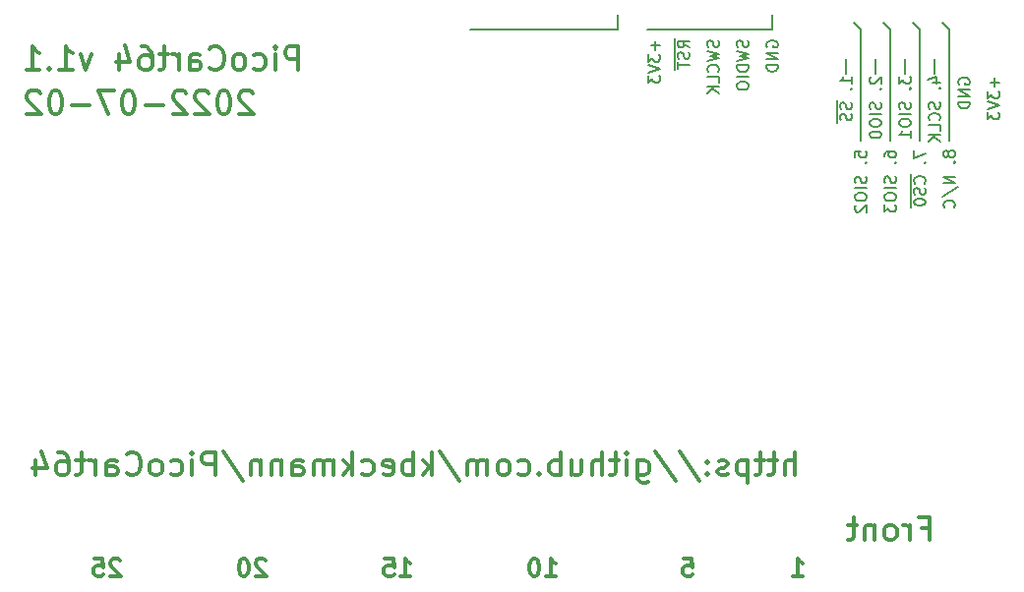
<source format=gbo>
G04 #@! TF.GenerationSoftware,KiCad,Pcbnew,(6.0.6)*
G04 #@! TF.CreationDate,2022-07-02T23:03:49+02:00*
G04 #@! TF.ProjectId,picocart64_v1,7069636f-6361-4727-9436-345f76312e6b,rev?*
G04 #@! TF.SameCoordinates,Original*
G04 #@! TF.FileFunction,Legend,Bot*
G04 #@! TF.FilePolarity,Positive*
%FSLAX46Y46*%
G04 Gerber Fmt 4.6, Leading zero omitted, Abs format (unit mm)*
G04 Created by KiCad (PCBNEW (6.0.6)) date 2022-07-02 23:03:49*
%MOMM*%
%LPD*%
G01*
G04 APERTURE LIST*
%ADD10C,0.150000*%
%ADD11C,0.300000*%
G04 APERTURE END LIST*
D10*
X191770000Y-67945000D02*
X191770000Y-66675000D01*
X190500000Y-64135000D02*
X189865000Y-63500000D01*
X189230000Y-67945000D02*
X189230000Y-66675000D01*
X190500000Y-73660000D02*
X190500000Y-64135000D01*
X187960000Y-64135000D02*
X187325000Y-63500000D01*
X185420000Y-64135000D02*
X184785000Y-63500000D01*
X193040000Y-73660000D02*
X193040000Y-64135000D01*
X185420000Y-73660000D02*
X185420000Y-64135000D01*
X186690000Y-67945000D02*
X186690000Y-66675000D01*
X193040000Y-64135000D02*
X192405000Y-63500000D01*
X177800000Y-64135000D02*
X177800000Y-62865000D01*
X151765000Y-64135000D02*
X163195000Y-64135000D01*
X164465000Y-64135000D02*
X164465000Y-62865000D01*
X184150000Y-67945000D02*
X184150000Y-66675000D01*
X187960000Y-73660000D02*
X187960000Y-64135000D01*
X163195000Y-64135000D02*
X164465000Y-64135000D01*
X167005000Y-64135000D02*
X177800000Y-64135000D01*
D11*
X170142857Y-109678571D02*
X170857142Y-109678571D01*
X170928571Y-110392857D01*
X170857142Y-110321428D01*
X170714285Y-110250000D01*
X170357142Y-110250000D01*
X170214285Y-110321428D01*
X170142857Y-110392857D01*
X170071428Y-110535714D01*
X170071428Y-110892857D01*
X170142857Y-111035714D01*
X170214285Y-111107142D01*
X170357142Y-111178571D01*
X170714285Y-111178571D01*
X170857142Y-111107142D01*
X170928571Y-111035714D01*
X158285714Y-111178571D02*
X159142857Y-111178571D01*
X158714285Y-111178571D02*
X158714285Y-109678571D01*
X158857142Y-109892857D01*
X159000000Y-110035714D01*
X159142857Y-110107142D01*
X157357142Y-109678571D02*
X157214285Y-109678571D01*
X157071428Y-109750000D01*
X157000000Y-109821428D01*
X156928571Y-109964285D01*
X156857142Y-110250000D01*
X156857142Y-110607142D01*
X156928571Y-110892857D01*
X157000000Y-111035714D01*
X157071428Y-111107142D01*
X157214285Y-111178571D01*
X157357142Y-111178571D01*
X157500000Y-111107142D01*
X157571428Y-111035714D01*
X157642857Y-110892857D01*
X157714285Y-110607142D01*
X157714285Y-110250000D01*
X157642857Y-109964285D01*
X157571428Y-109821428D01*
X157500000Y-109750000D01*
X157357142Y-109678571D01*
X145785714Y-111178571D02*
X146642857Y-111178571D01*
X146214285Y-111178571D02*
X146214285Y-109678571D01*
X146357142Y-109892857D01*
X146500000Y-110035714D01*
X146642857Y-110107142D01*
X144428571Y-109678571D02*
X145142857Y-109678571D01*
X145214285Y-110392857D01*
X145142857Y-110321428D01*
X145000000Y-110250000D01*
X144642857Y-110250000D01*
X144500000Y-110321428D01*
X144428571Y-110392857D01*
X144357142Y-110535714D01*
X144357142Y-110892857D01*
X144428571Y-111035714D01*
X144500000Y-111107142D01*
X144642857Y-111178571D01*
X145000000Y-111178571D01*
X145142857Y-111107142D01*
X145214285Y-111035714D01*
X134142857Y-109821428D02*
X134071428Y-109750000D01*
X133928571Y-109678571D01*
X133571428Y-109678571D01*
X133428571Y-109750000D01*
X133357142Y-109821428D01*
X133285714Y-109964285D01*
X133285714Y-110107142D01*
X133357142Y-110321428D01*
X134214285Y-111178571D01*
X133285714Y-111178571D01*
X132357142Y-109678571D02*
X132214285Y-109678571D01*
X132071428Y-109750000D01*
X132000000Y-109821428D01*
X131928571Y-109964285D01*
X131857142Y-110250000D01*
X131857142Y-110607142D01*
X131928571Y-110892857D01*
X132000000Y-111035714D01*
X132071428Y-111107142D01*
X132214285Y-111178571D01*
X132357142Y-111178571D01*
X132500000Y-111107142D01*
X132571428Y-111035714D01*
X132642857Y-110892857D01*
X132714285Y-110607142D01*
X132714285Y-110250000D01*
X132642857Y-109964285D01*
X132571428Y-109821428D01*
X132500000Y-109750000D01*
X132357142Y-109678571D01*
X121642857Y-109821428D02*
X121571428Y-109750000D01*
X121428571Y-109678571D01*
X121071428Y-109678571D01*
X120928571Y-109750000D01*
X120857142Y-109821428D01*
X120785714Y-109964285D01*
X120785714Y-110107142D01*
X120857142Y-110321428D01*
X121714285Y-111178571D01*
X120785714Y-111178571D01*
X119428571Y-109678571D02*
X120142857Y-109678571D01*
X120214285Y-110392857D01*
X120142857Y-110321428D01*
X120000000Y-110250000D01*
X119642857Y-110250000D01*
X119500000Y-110321428D01*
X119428571Y-110392857D01*
X119357142Y-110535714D01*
X119357142Y-110892857D01*
X119428571Y-111035714D01*
X119500000Y-111107142D01*
X119642857Y-111178571D01*
X120000000Y-111178571D01*
X120142857Y-111107142D01*
X120214285Y-111035714D01*
D10*
X196921428Y-68280595D02*
X196921428Y-69042500D01*
X197302380Y-68661547D02*
X196540476Y-68661547D01*
X196302380Y-69423452D02*
X196302380Y-70042500D01*
X196683333Y-69709166D01*
X196683333Y-69852023D01*
X196730952Y-69947261D01*
X196778571Y-69994880D01*
X196873809Y-70042500D01*
X197111904Y-70042500D01*
X197207142Y-69994880D01*
X197254761Y-69947261D01*
X197302380Y-69852023D01*
X197302380Y-69566309D01*
X197254761Y-69471071D01*
X197207142Y-69423452D01*
X196302380Y-70328214D02*
X197302380Y-70661547D01*
X196302380Y-70994880D01*
X196302380Y-71232976D02*
X196302380Y-71852023D01*
X196683333Y-71518690D01*
X196683333Y-71661547D01*
X196730952Y-71756785D01*
X196778571Y-71804404D01*
X196873809Y-71852023D01*
X197111904Y-71852023D01*
X197207142Y-71804404D01*
X197254761Y-71756785D01*
X197302380Y-71661547D01*
X197302380Y-71375833D01*
X197254761Y-71280595D01*
X197207142Y-71232976D01*
X186237619Y-68211924D02*
X186190000Y-68259543D01*
X186142380Y-68354781D01*
X186142380Y-68592876D01*
X186190000Y-68688114D01*
X186237619Y-68735733D01*
X186332857Y-68783352D01*
X186428095Y-68783352D01*
X186570952Y-68735733D01*
X187142380Y-68164305D01*
X187142380Y-68783352D01*
X187047142Y-69211924D02*
X187094761Y-69259543D01*
X187142380Y-69211924D01*
X187094761Y-69164305D01*
X187047142Y-69211924D01*
X187142380Y-69211924D01*
X187094761Y-70402400D02*
X187142380Y-70545257D01*
X187142380Y-70783352D01*
X187094761Y-70878590D01*
X187047142Y-70926209D01*
X186951904Y-70973828D01*
X186856666Y-70973828D01*
X186761428Y-70926209D01*
X186713809Y-70878590D01*
X186666190Y-70783352D01*
X186618571Y-70592876D01*
X186570952Y-70497638D01*
X186523333Y-70450019D01*
X186428095Y-70402400D01*
X186332857Y-70402400D01*
X186237619Y-70450019D01*
X186190000Y-70497638D01*
X186142380Y-70592876D01*
X186142380Y-70830971D01*
X186190000Y-70973828D01*
X187142380Y-71402400D02*
X186142380Y-71402400D01*
X186142380Y-72069067D02*
X186142380Y-72259543D01*
X186190000Y-72354781D01*
X186285238Y-72450019D01*
X186475714Y-72497638D01*
X186809047Y-72497638D01*
X186999523Y-72450019D01*
X187094761Y-72354781D01*
X187142380Y-72259543D01*
X187142380Y-72069067D01*
X187094761Y-71973828D01*
X186999523Y-71878590D01*
X186809047Y-71830971D01*
X186475714Y-71830971D01*
X186285238Y-71878590D01*
X186190000Y-71973828D01*
X186142380Y-72069067D01*
X186142380Y-73116686D02*
X186142380Y-73211924D01*
X186190000Y-73307162D01*
X186237619Y-73354781D01*
X186332857Y-73402400D01*
X186523333Y-73450019D01*
X186761428Y-73450019D01*
X186951904Y-73402400D01*
X187047142Y-73354781D01*
X187094761Y-73307162D01*
X187142380Y-73211924D01*
X187142380Y-73116686D01*
X187094761Y-73021448D01*
X187047142Y-72973828D01*
X186951904Y-72926209D01*
X186761428Y-72878590D01*
X186523333Y-72878590D01*
X186332857Y-72926209D01*
X186237619Y-72973828D01*
X186190000Y-73021448D01*
X186142380Y-73116686D01*
X173124761Y-65057976D02*
X173172380Y-65200833D01*
X173172380Y-65438928D01*
X173124761Y-65534166D01*
X173077142Y-65581785D01*
X172981904Y-65629404D01*
X172886666Y-65629404D01*
X172791428Y-65581785D01*
X172743809Y-65534166D01*
X172696190Y-65438928D01*
X172648571Y-65248452D01*
X172600952Y-65153214D01*
X172553333Y-65105595D01*
X172458095Y-65057976D01*
X172362857Y-65057976D01*
X172267619Y-65105595D01*
X172220000Y-65153214D01*
X172172380Y-65248452D01*
X172172380Y-65486547D01*
X172220000Y-65629404D01*
X172172380Y-65962738D02*
X173172380Y-66200833D01*
X172458095Y-66391309D01*
X173172380Y-66581785D01*
X172172380Y-66819880D01*
X173077142Y-67772261D02*
X173124761Y-67724642D01*
X173172380Y-67581785D01*
X173172380Y-67486547D01*
X173124761Y-67343690D01*
X173029523Y-67248452D01*
X172934285Y-67200833D01*
X172743809Y-67153214D01*
X172600952Y-67153214D01*
X172410476Y-67200833D01*
X172315238Y-67248452D01*
X172220000Y-67343690D01*
X172172380Y-67486547D01*
X172172380Y-67581785D01*
X172220000Y-67724642D01*
X172267619Y-67772261D01*
X173172380Y-68677023D02*
X173172380Y-68200833D01*
X172172380Y-68200833D01*
X173172380Y-69010357D02*
X172172380Y-69010357D01*
X173172380Y-69581785D02*
X172600952Y-69153214D01*
X172172380Y-69581785D02*
X172743809Y-69010357D01*
X191555714Y-68647717D02*
X192222380Y-68647717D01*
X191174761Y-68409622D02*
X191889047Y-68171527D01*
X191889047Y-68790574D01*
X192127142Y-69171527D02*
X192174761Y-69219146D01*
X192222380Y-69171527D01*
X192174761Y-69123908D01*
X192127142Y-69171527D01*
X192222380Y-69171527D01*
X192174761Y-70362003D02*
X192222380Y-70504860D01*
X192222380Y-70742955D01*
X192174761Y-70838193D01*
X192127142Y-70885812D01*
X192031904Y-70933431D01*
X191936666Y-70933431D01*
X191841428Y-70885812D01*
X191793809Y-70838193D01*
X191746190Y-70742955D01*
X191698571Y-70552479D01*
X191650952Y-70457241D01*
X191603333Y-70409622D01*
X191508095Y-70362003D01*
X191412857Y-70362003D01*
X191317619Y-70409622D01*
X191270000Y-70457241D01*
X191222380Y-70552479D01*
X191222380Y-70790574D01*
X191270000Y-70933431D01*
X192127142Y-71933431D02*
X192174761Y-71885812D01*
X192222380Y-71742955D01*
X192222380Y-71647717D01*
X192174761Y-71504860D01*
X192079523Y-71409622D01*
X191984285Y-71362003D01*
X191793809Y-71314384D01*
X191650952Y-71314384D01*
X191460476Y-71362003D01*
X191365238Y-71409622D01*
X191270000Y-71504860D01*
X191222380Y-71647717D01*
X191222380Y-71742955D01*
X191270000Y-71885812D01*
X191317619Y-71933431D01*
X192222380Y-72838193D02*
X192222380Y-72362003D01*
X191222380Y-72362003D01*
X192222380Y-73171527D02*
X191222380Y-73171527D01*
X192222380Y-73742955D02*
X191650952Y-73314384D01*
X191222380Y-73742955D02*
X191793809Y-73171527D01*
X177300000Y-65629404D02*
X177252380Y-65534166D01*
X177252380Y-65391309D01*
X177300000Y-65248452D01*
X177395238Y-65153214D01*
X177490476Y-65105595D01*
X177680952Y-65057976D01*
X177823809Y-65057976D01*
X178014285Y-65105595D01*
X178109523Y-65153214D01*
X178204761Y-65248452D01*
X178252380Y-65391309D01*
X178252380Y-65486547D01*
X178204761Y-65629404D01*
X178157142Y-65677023D01*
X177823809Y-65677023D01*
X177823809Y-65486547D01*
X178252380Y-66105595D02*
X177252380Y-66105595D01*
X178252380Y-66677023D01*
X177252380Y-66677023D01*
X178252380Y-67153214D02*
X177252380Y-67153214D01*
X177252380Y-67391309D01*
X177300000Y-67534166D01*
X177395238Y-67629404D01*
X177490476Y-67677023D01*
X177680952Y-67724642D01*
X177823809Y-67724642D01*
X178014285Y-67677023D01*
X178109523Y-67629404D01*
X178204761Y-67534166D01*
X178252380Y-67391309D01*
X178252380Y-67153214D01*
X193810000Y-68821237D02*
X193762380Y-68725999D01*
X193762380Y-68583142D01*
X193810000Y-68440285D01*
X193905238Y-68345047D01*
X194000476Y-68297428D01*
X194190952Y-68249809D01*
X194333809Y-68249809D01*
X194524285Y-68297428D01*
X194619523Y-68345047D01*
X194714761Y-68440285D01*
X194762380Y-68583142D01*
X194762380Y-68678380D01*
X194714761Y-68821237D01*
X194667142Y-68868856D01*
X194333809Y-68868856D01*
X194333809Y-68678380D01*
X194762380Y-69297428D02*
X193762380Y-69297428D01*
X194762380Y-69868856D01*
X193762380Y-69868856D01*
X194762380Y-70345047D02*
X193762380Y-70345047D01*
X193762380Y-70583142D01*
X193810000Y-70725999D01*
X193905238Y-70821237D01*
X194000476Y-70868856D01*
X194190952Y-70916475D01*
X194333809Y-70916475D01*
X194524285Y-70868856D01*
X194619523Y-70821237D01*
X194714761Y-70725999D01*
X194762380Y-70583142D01*
X194762380Y-70345047D01*
X188682380Y-68144106D02*
X188682380Y-68763153D01*
X189063333Y-68429820D01*
X189063333Y-68572677D01*
X189110952Y-68667915D01*
X189158571Y-68715534D01*
X189253809Y-68763153D01*
X189491904Y-68763153D01*
X189587142Y-68715534D01*
X189634761Y-68667915D01*
X189682380Y-68572677D01*
X189682380Y-68286963D01*
X189634761Y-68191725D01*
X189587142Y-68144106D01*
X189587142Y-69191725D02*
X189634761Y-69239344D01*
X189682380Y-69191725D01*
X189634761Y-69144106D01*
X189587142Y-69191725D01*
X189682380Y-69191725D01*
X189634761Y-70382201D02*
X189682380Y-70525058D01*
X189682380Y-70763153D01*
X189634761Y-70858391D01*
X189587142Y-70906010D01*
X189491904Y-70953629D01*
X189396666Y-70953629D01*
X189301428Y-70906010D01*
X189253809Y-70858391D01*
X189206190Y-70763153D01*
X189158571Y-70572677D01*
X189110952Y-70477439D01*
X189063333Y-70429820D01*
X188968095Y-70382201D01*
X188872857Y-70382201D01*
X188777619Y-70429820D01*
X188730000Y-70477439D01*
X188682380Y-70572677D01*
X188682380Y-70810772D01*
X188730000Y-70953629D01*
X189682380Y-71382201D02*
X188682380Y-71382201D01*
X188682380Y-72048868D02*
X188682380Y-72239344D01*
X188730000Y-72334582D01*
X188825238Y-72429820D01*
X189015714Y-72477439D01*
X189349047Y-72477439D01*
X189539523Y-72429820D01*
X189634761Y-72334582D01*
X189682380Y-72239344D01*
X189682380Y-72048868D01*
X189634761Y-71953629D01*
X189539523Y-71858391D01*
X189349047Y-71810772D01*
X189015714Y-71810772D01*
X188825238Y-71858391D01*
X188730000Y-71953629D01*
X188682380Y-72048868D01*
X189682380Y-73429820D02*
X189682380Y-72858391D01*
X189682380Y-73144106D02*
X188682380Y-73144106D01*
X188825238Y-73048868D01*
X188920476Y-72953629D01*
X188968095Y-72858391D01*
X187412380Y-75054946D02*
X187412380Y-74864470D01*
X187460000Y-74769232D01*
X187507619Y-74721613D01*
X187650476Y-74626375D01*
X187840952Y-74578756D01*
X188221904Y-74578756D01*
X188317142Y-74626375D01*
X188364761Y-74673994D01*
X188412380Y-74769232D01*
X188412380Y-74959708D01*
X188364761Y-75054946D01*
X188317142Y-75102565D01*
X188221904Y-75150184D01*
X187983809Y-75150184D01*
X187888571Y-75102565D01*
X187840952Y-75054946D01*
X187793333Y-74959708D01*
X187793333Y-74769232D01*
X187840952Y-74673994D01*
X187888571Y-74626375D01*
X187983809Y-74578756D01*
X188317142Y-75578756D02*
X188364761Y-75626375D01*
X188412380Y-75578756D01*
X188364761Y-75531137D01*
X188317142Y-75578756D01*
X188412380Y-75578756D01*
X188364761Y-76769232D02*
X188412380Y-76912089D01*
X188412380Y-77150184D01*
X188364761Y-77245422D01*
X188317142Y-77293041D01*
X188221904Y-77340660D01*
X188126666Y-77340660D01*
X188031428Y-77293041D01*
X187983809Y-77245422D01*
X187936190Y-77150184D01*
X187888571Y-76959708D01*
X187840952Y-76864470D01*
X187793333Y-76816851D01*
X187698095Y-76769232D01*
X187602857Y-76769232D01*
X187507619Y-76816851D01*
X187460000Y-76864470D01*
X187412380Y-76959708D01*
X187412380Y-77197803D01*
X187460000Y-77340660D01*
X188412380Y-77769232D02*
X187412380Y-77769232D01*
X187412380Y-78435899D02*
X187412380Y-78626375D01*
X187460000Y-78721613D01*
X187555238Y-78816851D01*
X187745714Y-78864470D01*
X188079047Y-78864470D01*
X188269523Y-78816851D01*
X188364761Y-78721613D01*
X188412380Y-78626375D01*
X188412380Y-78435899D01*
X188364761Y-78340660D01*
X188269523Y-78245422D01*
X188079047Y-78197803D01*
X187745714Y-78197803D01*
X187555238Y-78245422D01*
X187460000Y-78340660D01*
X187412380Y-78435899D01*
X187412380Y-79197803D02*
X187412380Y-79816851D01*
X187793333Y-79483518D01*
X187793333Y-79626375D01*
X187840952Y-79721613D01*
X187888571Y-79769232D01*
X187983809Y-79816851D01*
X188221904Y-79816851D01*
X188317142Y-79769232D01*
X188364761Y-79721613D01*
X188412380Y-79626375D01*
X188412380Y-79340660D01*
X188364761Y-79245422D01*
X188317142Y-79197803D01*
X189952380Y-74510938D02*
X189952380Y-75177604D01*
X190952380Y-74749033D01*
X190857142Y-75558557D02*
X190904761Y-75606176D01*
X190952380Y-75558557D01*
X190904761Y-75510938D01*
X190857142Y-75558557D01*
X190952380Y-75558557D01*
X189670000Y-76558557D02*
X189670000Y-77558557D01*
X190857142Y-77368081D02*
X190904761Y-77320461D01*
X190952380Y-77177604D01*
X190952380Y-77082366D01*
X190904761Y-76939509D01*
X190809523Y-76844271D01*
X190714285Y-76796652D01*
X190523809Y-76749033D01*
X190380952Y-76749033D01*
X190190476Y-76796652D01*
X190095238Y-76844271D01*
X190000000Y-76939509D01*
X189952380Y-77082366D01*
X189952380Y-77177604D01*
X190000000Y-77320461D01*
X190047619Y-77368081D01*
X189670000Y-77558557D02*
X189670000Y-78510938D01*
X190904761Y-77749033D02*
X190952380Y-77891890D01*
X190952380Y-78129985D01*
X190904761Y-78225223D01*
X190857142Y-78272842D01*
X190761904Y-78320461D01*
X190666666Y-78320461D01*
X190571428Y-78272842D01*
X190523809Y-78225223D01*
X190476190Y-78129985D01*
X190428571Y-77939509D01*
X190380952Y-77844271D01*
X190333333Y-77796652D01*
X190238095Y-77749033D01*
X190142857Y-77749033D01*
X190047619Y-77796652D01*
X190000000Y-77844271D01*
X189952380Y-77939509D01*
X189952380Y-78177604D01*
X190000000Y-78320461D01*
X189670000Y-78510938D02*
X189670000Y-79463319D01*
X189952380Y-78939509D02*
X189952380Y-79034747D01*
X190000000Y-79129985D01*
X190047619Y-79177604D01*
X190142857Y-79225223D01*
X190333333Y-79272842D01*
X190571428Y-79272842D01*
X190761904Y-79225223D01*
X190857142Y-79177604D01*
X190904761Y-79129985D01*
X190952380Y-79034747D01*
X190952380Y-78939509D01*
X190904761Y-78844271D01*
X190857142Y-78796652D01*
X190761904Y-78749033D01*
X190571428Y-78701414D01*
X190333333Y-78701414D01*
X190142857Y-78749033D01*
X190047619Y-78796652D01*
X190000000Y-78844271D01*
X189952380Y-78939509D01*
X184872380Y-75106785D02*
X184872380Y-74630595D01*
X185348571Y-74582976D01*
X185300952Y-74630595D01*
X185253333Y-74725833D01*
X185253333Y-74963928D01*
X185300952Y-75059166D01*
X185348571Y-75106785D01*
X185443809Y-75154404D01*
X185681904Y-75154404D01*
X185777142Y-75106785D01*
X185824761Y-75059166D01*
X185872380Y-74963928D01*
X185872380Y-74725833D01*
X185824761Y-74630595D01*
X185777142Y-74582976D01*
X185777142Y-75582976D02*
X185824761Y-75630595D01*
X185872380Y-75582976D01*
X185824761Y-75535357D01*
X185777142Y-75582976D01*
X185872380Y-75582976D01*
X185824761Y-76773452D02*
X185872380Y-76916309D01*
X185872380Y-77154404D01*
X185824761Y-77249642D01*
X185777142Y-77297261D01*
X185681904Y-77344880D01*
X185586666Y-77344880D01*
X185491428Y-77297261D01*
X185443809Y-77249642D01*
X185396190Y-77154404D01*
X185348571Y-76963928D01*
X185300952Y-76868690D01*
X185253333Y-76821071D01*
X185158095Y-76773452D01*
X185062857Y-76773452D01*
X184967619Y-76821071D01*
X184920000Y-76868690D01*
X184872380Y-76963928D01*
X184872380Y-77202023D01*
X184920000Y-77344880D01*
X185872380Y-77773452D02*
X184872380Y-77773452D01*
X184872380Y-78440119D02*
X184872380Y-78630595D01*
X184920000Y-78725833D01*
X185015238Y-78821071D01*
X185205714Y-78868690D01*
X185539047Y-78868690D01*
X185729523Y-78821071D01*
X185824761Y-78725833D01*
X185872380Y-78630595D01*
X185872380Y-78440119D01*
X185824761Y-78344880D01*
X185729523Y-78249642D01*
X185539047Y-78202023D01*
X185205714Y-78202023D01*
X185015238Y-78249642D01*
X184920000Y-78344880D01*
X184872380Y-78440119D01*
X184967619Y-79249642D02*
X184920000Y-79297261D01*
X184872380Y-79392500D01*
X184872380Y-79630595D01*
X184920000Y-79725833D01*
X184967619Y-79773452D01*
X185062857Y-79821071D01*
X185158095Y-79821071D01*
X185300952Y-79773452D01*
X185872380Y-79202023D01*
X185872380Y-79821071D01*
X167711428Y-65105595D02*
X167711428Y-65867500D01*
X168092380Y-65486547D02*
X167330476Y-65486547D01*
X167092380Y-66248452D02*
X167092380Y-66867500D01*
X167473333Y-66534166D01*
X167473333Y-66677023D01*
X167520952Y-66772261D01*
X167568571Y-66819880D01*
X167663809Y-66867500D01*
X167901904Y-66867500D01*
X167997142Y-66819880D01*
X168044761Y-66772261D01*
X168092380Y-66677023D01*
X168092380Y-66391309D01*
X168044761Y-66296071D01*
X167997142Y-66248452D01*
X167092380Y-67153214D02*
X168092380Y-67486547D01*
X167092380Y-67819880D01*
X167092380Y-68057976D02*
X167092380Y-68677023D01*
X167473333Y-68343690D01*
X167473333Y-68486547D01*
X167520952Y-68581785D01*
X167568571Y-68629404D01*
X167663809Y-68677023D01*
X167901904Y-68677023D01*
X167997142Y-68629404D01*
X168044761Y-68581785D01*
X168092380Y-68486547D01*
X168092380Y-68200833D01*
X168044761Y-68105595D01*
X167997142Y-68057976D01*
X169350000Y-64867500D02*
X169350000Y-65867500D01*
X170632380Y-65677023D02*
X170156190Y-65343690D01*
X170632380Y-65105595D02*
X169632380Y-65105595D01*
X169632380Y-65486547D01*
X169680000Y-65581785D01*
X169727619Y-65629404D01*
X169822857Y-65677023D01*
X169965714Y-65677023D01*
X170060952Y-65629404D01*
X170108571Y-65581785D01*
X170156190Y-65486547D01*
X170156190Y-65105595D01*
X169350000Y-65867500D02*
X169350000Y-66819880D01*
X170584761Y-66057976D02*
X170632380Y-66200833D01*
X170632380Y-66438928D01*
X170584761Y-66534166D01*
X170537142Y-66581785D01*
X170441904Y-66629404D01*
X170346666Y-66629404D01*
X170251428Y-66581785D01*
X170203809Y-66534166D01*
X170156190Y-66438928D01*
X170108571Y-66248452D01*
X170060952Y-66153214D01*
X170013333Y-66105595D01*
X169918095Y-66057976D01*
X169822857Y-66057976D01*
X169727619Y-66105595D01*
X169680000Y-66153214D01*
X169632380Y-66248452D01*
X169632380Y-66486547D01*
X169680000Y-66629404D01*
X169350000Y-66819880D02*
X169350000Y-67581785D01*
X169632380Y-66915119D02*
X169632380Y-67486547D01*
X170632380Y-67200833D02*
X169632380Y-67200833D01*
D11*
X179571428Y-111178571D02*
X180428571Y-111178571D01*
X180000000Y-111178571D02*
X180000000Y-109678571D01*
X180142857Y-109892857D01*
X180285714Y-110035714D01*
X180428571Y-110107142D01*
D10*
X175664761Y-65057976D02*
X175712380Y-65200833D01*
X175712380Y-65438928D01*
X175664761Y-65534166D01*
X175617142Y-65581785D01*
X175521904Y-65629404D01*
X175426666Y-65629404D01*
X175331428Y-65581785D01*
X175283809Y-65534166D01*
X175236190Y-65438928D01*
X175188571Y-65248452D01*
X175140952Y-65153214D01*
X175093333Y-65105595D01*
X174998095Y-65057976D01*
X174902857Y-65057976D01*
X174807619Y-65105595D01*
X174760000Y-65153214D01*
X174712380Y-65248452D01*
X174712380Y-65486547D01*
X174760000Y-65629404D01*
X174712380Y-65962738D02*
X175712380Y-66200833D01*
X174998095Y-66391309D01*
X175712380Y-66581785D01*
X174712380Y-66819880D01*
X175712380Y-67200833D02*
X174712380Y-67200833D01*
X174712380Y-67438928D01*
X174760000Y-67581785D01*
X174855238Y-67677023D01*
X174950476Y-67724642D01*
X175140952Y-67772261D01*
X175283809Y-67772261D01*
X175474285Y-67724642D01*
X175569523Y-67677023D01*
X175664761Y-67581785D01*
X175712380Y-67438928D01*
X175712380Y-67200833D01*
X175712380Y-68200833D02*
X174712380Y-68200833D01*
X174712380Y-68867500D02*
X174712380Y-69057976D01*
X174760000Y-69153214D01*
X174855238Y-69248452D01*
X175045714Y-69296071D01*
X175379047Y-69296071D01*
X175569523Y-69248452D01*
X175664761Y-69153214D01*
X175712380Y-69057976D01*
X175712380Y-68867500D01*
X175664761Y-68772261D01*
X175569523Y-68677023D01*
X175379047Y-68629404D01*
X175045714Y-68629404D01*
X174855238Y-68677023D01*
X174760000Y-68772261D01*
X174712380Y-68867500D01*
X184602380Y-68787572D02*
X184602380Y-68216144D01*
X184602380Y-68501858D02*
X183602380Y-68501858D01*
X183745238Y-68406620D01*
X183840476Y-68311382D01*
X183888095Y-68216144D01*
X184507142Y-69216144D02*
X184554761Y-69263763D01*
X184602380Y-69216144D01*
X184554761Y-69168525D01*
X184507142Y-69216144D01*
X184602380Y-69216144D01*
X183320000Y-70216144D02*
X183320000Y-71168525D01*
X184554761Y-70406620D02*
X184602380Y-70549477D01*
X184602380Y-70787572D01*
X184554761Y-70882810D01*
X184507142Y-70930429D01*
X184411904Y-70978048D01*
X184316666Y-70978048D01*
X184221428Y-70930429D01*
X184173809Y-70882810D01*
X184126190Y-70787572D01*
X184078571Y-70597096D01*
X184030952Y-70501858D01*
X183983333Y-70454239D01*
X183888095Y-70406620D01*
X183792857Y-70406620D01*
X183697619Y-70454239D01*
X183650000Y-70501858D01*
X183602380Y-70597096D01*
X183602380Y-70835191D01*
X183650000Y-70978048D01*
X183320000Y-71168525D02*
X183320000Y-72120906D01*
X184554761Y-71359001D02*
X184602380Y-71501858D01*
X184602380Y-71739953D01*
X184554761Y-71835191D01*
X184507142Y-71882810D01*
X184411904Y-71930429D01*
X184316666Y-71930429D01*
X184221428Y-71882810D01*
X184173809Y-71835191D01*
X184126190Y-71739953D01*
X184078571Y-71549477D01*
X184030952Y-71454239D01*
X183983333Y-71406620D01*
X183888095Y-71359001D01*
X183792857Y-71359001D01*
X183697619Y-71406620D01*
X183650000Y-71454239D01*
X183602380Y-71549477D01*
X183602380Y-71787572D01*
X183650000Y-71930429D01*
X192920952Y-74728835D02*
X192873333Y-74633597D01*
X192825714Y-74585978D01*
X192730476Y-74538359D01*
X192682857Y-74538359D01*
X192587619Y-74585978D01*
X192540000Y-74633597D01*
X192492380Y-74728835D01*
X192492380Y-74919311D01*
X192540000Y-75014549D01*
X192587619Y-75062168D01*
X192682857Y-75109787D01*
X192730476Y-75109787D01*
X192825714Y-75062168D01*
X192873333Y-75014549D01*
X192920952Y-74919311D01*
X192920952Y-74728835D01*
X192968571Y-74633597D01*
X193016190Y-74585978D01*
X193111428Y-74538359D01*
X193301904Y-74538359D01*
X193397142Y-74585978D01*
X193444761Y-74633597D01*
X193492380Y-74728835D01*
X193492380Y-74919311D01*
X193444761Y-75014549D01*
X193397142Y-75062168D01*
X193301904Y-75109787D01*
X193111428Y-75109787D01*
X193016190Y-75062168D01*
X192968571Y-75014549D01*
X192920952Y-74919311D01*
X193397142Y-75538359D02*
X193444761Y-75585978D01*
X193492380Y-75538359D01*
X193444761Y-75490740D01*
X193397142Y-75538359D01*
X193492380Y-75538359D01*
X193492380Y-76776454D02*
X192492380Y-76776454D01*
X193492380Y-77347883D01*
X192492380Y-77347883D01*
X192444761Y-78538359D02*
X193730476Y-77681216D01*
X193397142Y-79443121D02*
X193444761Y-79395502D01*
X193492380Y-79252644D01*
X193492380Y-79157406D01*
X193444761Y-79014549D01*
X193349523Y-78919311D01*
X193254285Y-78871692D01*
X193063809Y-78824073D01*
X192920952Y-78824073D01*
X192730476Y-78871692D01*
X192635238Y-78919311D01*
X192540000Y-79014549D01*
X192492380Y-79157406D01*
X192492380Y-79252644D01*
X192540000Y-79395502D01*
X192587619Y-79443121D01*
D11*
X190674285Y-107045142D02*
X191340952Y-107045142D01*
X191340952Y-108092761D02*
X191340952Y-106092761D01*
X190388571Y-106092761D01*
X189626666Y-108092761D02*
X189626666Y-106759428D01*
X189626666Y-107140380D02*
X189531428Y-106949904D01*
X189436190Y-106854666D01*
X189245714Y-106759428D01*
X189055238Y-106759428D01*
X188102857Y-108092761D02*
X188293333Y-107997523D01*
X188388571Y-107902285D01*
X188483809Y-107711809D01*
X188483809Y-107140380D01*
X188388571Y-106949904D01*
X188293333Y-106854666D01*
X188102857Y-106759428D01*
X187817142Y-106759428D01*
X187626666Y-106854666D01*
X187531428Y-106949904D01*
X187436190Y-107140380D01*
X187436190Y-107711809D01*
X187531428Y-107902285D01*
X187626666Y-107997523D01*
X187817142Y-108092761D01*
X188102857Y-108092761D01*
X186579047Y-106759428D02*
X186579047Y-108092761D01*
X186579047Y-106949904D02*
X186483809Y-106854666D01*
X186293333Y-106759428D01*
X186007619Y-106759428D01*
X185817142Y-106854666D01*
X185721904Y-107045142D01*
X185721904Y-108092761D01*
X185055238Y-106759428D02*
X184293333Y-106759428D01*
X184769523Y-106092761D02*
X184769523Y-107807047D01*
X184674285Y-107997523D01*
X184483809Y-108092761D01*
X184293333Y-108092761D01*
X179723732Y-102504761D02*
X179723732Y-100504761D01*
X178866589Y-102504761D02*
X178866589Y-101457142D01*
X178961827Y-101266666D01*
X179152303Y-101171428D01*
X179438018Y-101171428D01*
X179628494Y-101266666D01*
X179723732Y-101361904D01*
X178199923Y-101171428D02*
X177438018Y-101171428D01*
X177914208Y-100504761D02*
X177914208Y-102219047D01*
X177818970Y-102409523D01*
X177628494Y-102504761D01*
X177438018Y-102504761D01*
X177057065Y-101171428D02*
X176295161Y-101171428D01*
X176771351Y-100504761D02*
X176771351Y-102219047D01*
X176676113Y-102409523D01*
X176485637Y-102504761D01*
X176295161Y-102504761D01*
X175628494Y-101171428D02*
X175628494Y-103171428D01*
X175628494Y-101266666D02*
X175438018Y-101171428D01*
X175057065Y-101171428D01*
X174866589Y-101266666D01*
X174771351Y-101361904D01*
X174676113Y-101552380D01*
X174676113Y-102123809D01*
X174771351Y-102314285D01*
X174866589Y-102409523D01*
X175057065Y-102504761D01*
X175438018Y-102504761D01*
X175628494Y-102409523D01*
X173914208Y-102409523D02*
X173723732Y-102504761D01*
X173342780Y-102504761D01*
X173152303Y-102409523D01*
X173057065Y-102219047D01*
X173057065Y-102123809D01*
X173152303Y-101933333D01*
X173342780Y-101838095D01*
X173628494Y-101838095D01*
X173818970Y-101742857D01*
X173914208Y-101552380D01*
X173914208Y-101457142D01*
X173818970Y-101266666D01*
X173628494Y-101171428D01*
X173342780Y-101171428D01*
X173152303Y-101266666D01*
X172199923Y-102314285D02*
X172104684Y-102409523D01*
X172199923Y-102504761D01*
X172295161Y-102409523D01*
X172199923Y-102314285D01*
X172199923Y-102504761D01*
X172199923Y-101266666D02*
X172104684Y-101361904D01*
X172199923Y-101457142D01*
X172295161Y-101361904D01*
X172199923Y-101266666D01*
X172199923Y-101457142D01*
X169818970Y-100409523D02*
X171533256Y-102980952D01*
X167723732Y-100409523D02*
X169438018Y-102980952D01*
X166199923Y-101171428D02*
X166199923Y-102790476D01*
X166295161Y-102980952D01*
X166390399Y-103076190D01*
X166580875Y-103171428D01*
X166866589Y-103171428D01*
X167057065Y-103076190D01*
X166199923Y-102409523D02*
X166390399Y-102504761D01*
X166771351Y-102504761D01*
X166961827Y-102409523D01*
X167057065Y-102314285D01*
X167152303Y-102123809D01*
X167152303Y-101552380D01*
X167057065Y-101361904D01*
X166961827Y-101266666D01*
X166771351Y-101171428D01*
X166390399Y-101171428D01*
X166199923Y-101266666D01*
X165247542Y-102504761D02*
X165247542Y-101171428D01*
X165247542Y-100504761D02*
X165342780Y-100600000D01*
X165247542Y-100695238D01*
X165152303Y-100600000D01*
X165247542Y-100504761D01*
X165247542Y-100695238D01*
X164580875Y-101171428D02*
X163818970Y-101171428D01*
X164295161Y-100504761D02*
X164295161Y-102219047D01*
X164199923Y-102409523D01*
X164009446Y-102504761D01*
X163818970Y-102504761D01*
X163152303Y-102504761D02*
X163152303Y-100504761D01*
X162295161Y-102504761D02*
X162295161Y-101457142D01*
X162390399Y-101266666D01*
X162580875Y-101171428D01*
X162866589Y-101171428D01*
X163057065Y-101266666D01*
X163152303Y-101361904D01*
X160485637Y-101171428D02*
X160485637Y-102504761D01*
X161342780Y-101171428D02*
X161342780Y-102219047D01*
X161247542Y-102409523D01*
X161057065Y-102504761D01*
X160771351Y-102504761D01*
X160580875Y-102409523D01*
X160485637Y-102314285D01*
X159533256Y-102504761D02*
X159533256Y-100504761D01*
X159533256Y-101266666D02*
X159342780Y-101171428D01*
X158961827Y-101171428D01*
X158771351Y-101266666D01*
X158676113Y-101361904D01*
X158580875Y-101552380D01*
X158580875Y-102123809D01*
X158676113Y-102314285D01*
X158771351Y-102409523D01*
X158961827Y-102504761D01*
X159342780Y-102504761D01*
X159533256Y-102409523D01*
X157723732Y-102314285D02*
X157628494Y-102409523D01*
X157723732Y-102504761D01*
X157818970Y-102409523D01*
X157723732Y-102314285D01*
X157723732Y-102504761D01*
X155914208Y-102409523D02*
X156104684Y-102504761D01*
X156485637Y-102504761D01*
X156676113Y-102409523D01*
X156771351Y-102314285D01*
X156866589Y-102123809D01*
X156866589Y-101552380D01*
X156771351Y-101361904D01*
X156676113Y-101266666D01*
X156485637Y-101171428D01*
X156104684Y-101171428D01*
X155914208Y-101266666D01*
X154771351Y-102504761D02*
X154961827Y-102409523D01*
X155057065Y-102314285D01*
X155152303Y-102123809D01*
X155152303Y-101552380D01*
X155057065Y-101361904D01*
X154961827Y-101266666D01*
X154771351Y-101171428D01*
X154485637Y-101171428D01*
X154295161Y-101266666D01*
X154199923Y-101361904D01*
X154104684Y-101552380D01*
X154104684Y-102123809D01*
X154199923Y-102314285D01*
X154295161Y-102409523D01*
X154485637Y-102504761D01*
X154771351Y-102504761D01*
X153247542Y-102504761D02*
X153247542Y-101171428D01*
X153247542Y-101361904D02*
X153152303Y-101266666D01*
X152961827Y-101171428D01*
X152676113Y-101171428D01*
X152485637Y-101266666D01*
X152390399Y-101457142D01*
X152390399Y-102504761D01*
X152390399Y-101457142D02*
X152295161Y-101266666D01*
X152104684Y-101171428D01*
X151818970Y-101171428D01*
X151628494Y-101266666D01*
X151533256Y-101457142D01*
X151533256Y-102504761D01*
X149152303Y-100409523D02*
X150866589Y-102980952D01*
X148485637Y-102504761D02*
X148485637Y-100504761D01*
X148295161Y-101742857D02*
X147723732Y-102504761D01*
X147723732Y-101171428D02*
X148485637Y-101933333D01*
X146866589Y-102504761D02*
X146866589Y-100504761D01*
X146866589Y-101266666D02*
X146676113Y-101171428D01*
X146295161Y-101171428D01*
X146104684Y-101266666D01*
X146009446Y-101361904D01*
X145914208Y-101552380D01*
X145914208Y-102123809D01*
X146009446Y-102314285D01*
X146104684Y-102409523D01*
X146295161Y-102504761D01*
X146676113Y-102504761D01*
X146866589Y-102409523D01*
X144295161Y-102409523D02*
X144485637Y-102504761D01*
X144866589Y-102504761D01*
X145057065Y-102409523D01*
X145152303Y-102219047D01*
X145152303Y-101457142D01*
X145057065Y-101266666D01*
X144866589Y-101171428D01*
X144485637Y-101171428D01*
X144295161Y-101266666D01*
X144199923Y-101457142D01*
X144199923Y-101647619D01*
X145152303Y-101838095D01*
X142485637Y-102409523D02*
X142676113Y-102504761D01*
X143057065Y-102504761D01*
X143247542Y-102409523D01*
X143342780Y-102314285D01*
X143438018Y-102123809D01*
X143438018Y-101552380D01*
X143342780Y-101361904D01*
X143247542Y-101266666D01*
X143057065Y-101171428D01*
X142676113Y-101171428D01*
X142485637Y-101266666D01*
X141628494Y-102504761D02*
X141628494Y-100504761D01*
X141438018Y-101742857D02*
X140866589Y-102504761D01*
X140866589Y-101171428D02*
X141628494Y-101933333D01*
X140009446Y-102504761D02*
X140009446Y-101171428D01*
X140009446Y-101361904D02*
X139914208Y-101266666D01*
X139723732Y-101171428D01*
X139438018Y-101171428D01*
X139247542Y-101266666D01*
X139152303Y-101457142D01*
X139152303Y-102504761D01*
X139152303Y-101457142D02*
X139057065Y-101266666D01*
X138866589Y-101171428D01*
X138580875Y-101171428D01*
X138390399Y-101266666D01*
X138295161Y-101457142D01*
X138295161Y-102504761D01*
X136485637Y-102504761D02*
X136485637Y-101457142D01*
X136580875Y-101266666D01*
X136771351Y-101171428D01*
X137152303Y-101171428D01*
X137342780Y-101266666D01*
X136485637Y-102409523D02*
X136676113Y-102504761D01*
X137152303Y-102504761D01*
X137342780Y-102409523D01*
X137438018Y-102219047D01*
X137438018Y-102028571D01*
X137342780Y-101838095D01*
X137152303Y-101742857D01*
X136676113Y-101742857D01*
X136485637Y-101647619D01*
X135533256Y-101171428D02*
X135533256Y-102504761D01*
X135533256Y-101361904D02*
X135438018Y-101266666D01*
X135247542Y-101171428D01*
X134961827Y-101171428D01*
X134771351Y-101266666D01*
X134676113Y-101457142D01*
X134676113Y-102504761D01*
X133723732Y-101171428D02*
X133723732Y-102504761D01*
X133723732Y-101361904D02*
X133628494Y-101266666D01*
X133438018Y-101171428D01*
X133152303Y-101171428D01*
X132961827Y-101266666D01*
X132866589Y-101457142D01*
X132866589Y-102504761D01*
X130485637Y-100409523D02*
X132199923Y-102980952D01*
X129818970Y-102504761D02*
X129818970Y-100504761D01*
X129057065Y-100504761D01*
X128866589Y-100600000D01*
X128771351Y-100695238D01*
X128676113Y-100885714D01*
X128676113Y-101171428D01*
X128771351Y-101361904D01*
X128866589Y-101457142D01*
X129057065Y-101552380D01*
X129818970Y-101552380D01*
X127818970Y-102504761D02*
X127818970Y-101171428D01*
X127818970Y-100504761D02*
X127914208Y-100600000D01*
X127818970Y-100695238D01*
X127723732Y-100600000D01*
X127818970Y-100504761D01*
X127818970Y-100695238D01*
X126009446Y-102409523D02*
X126199923Y-102504761D01*
X126580875Y-102504761D01*
X126771351Y-102409523D01*
X126866589Y-102314285D01*
X126961827Y-102123809D01*
X126961827Y-101552380D01*
X126866589Y-101361904D01*
X126771351Y-101266666D01*
X126580875Y-101171428D01*
X126199923Y-101171428D01*
X126009446Y-101266666D01*
X124866589Y-102504761D02*
X125057065Y-102409523D01*
X125152303Y-102314285D01*
X125247542Y-102123809D01*
X125247542Y-101552380D01*
X125152303Y-101361904D01*
X125057065Y-101266666D01*
X124866589Y-101171428D01*
X124580875Y-101171428D01*
X124390399Y-101266666D01*
X124295161Y-101361904D01*
X124199923Y-101552380D01*
X124199923Y-102123809D01*
X124295161Y-102314285D01*
X124390399Y-102409523D01*
X124580875Y-102504761D01*
X124866589Y-102504761D01*
X122199923Y-102314285D02*
X122295161Y-102409523D01*
X122580875Y-102504761D01*
X122771351Y-102504761D01*
X123057065Y-102409523D01*
X123247542Y-102219047D01*
X123342780Y-102028571D01*
X123438018Y-101647619D01*
X123438018Y-101361904D01*
X123342780Y-100980952D01*
X123247542Y-100790476D01*
X123057065Y-100600000D01*
X122771351Y-100504761D01*
X122580875Y-100504761D01*
X122295161Y-100600000D01*
X122199923Y-100695238D01*
X120485637Y-102504761D02*
X120485637Y-101457142D01*
X120580875Y-101266666D01*
X120771351Y-101171428D01*
X121152303Y-101171428D01*
X121342780Y-101266666D01*
X120485637Y-102409523D02*
X120676113Y-102504761D01*
X121152303Y-102504761D01*
X121342780Y-102409523D01*
X121438018Y-102219047D01*
X121438018Y-102028571D01*
X121342780Y-101838095D01*
X121152303Y-101742857D01*
X120676113Y-101742857D01*
X120485637Y-101647619D01*
X119533256Y-102504761D02*
X119533256Y-101171428D01*
X119533256Y-101552380D02*
X119438018Y-101361904D01*
X119342780Y-101266666D01*
X119152303Y-101171428D01*
X118961827Y-101171428D01*
X118580875Y-101171428D02*
X117818970Y-101171428D01*
X118295161Y-100504761D02*
X118295161Y-102219047D01*
X118199923Y-102409523D01*
X118009446Y-102504761D01*
X117818970Y-102504761D01*
X116295161Y-100504761D02*
X116676113Y-100504761D01*
X116866589Y-100600000D01*
X116961827Y-100695238D01*
X117152303Y-100980952D01*
X117247542Y-101361904D01*
X117247542Y-102123809D01*
X117152303Y-102314285D01*
X117057065Y-102409523D01*
X116866589Y-102504761D01*
X116485637Y-102504761D01*
X116295161Y-102409523D01*
X116199923Y-102314285D01*
X116104684Y-102123809D01*
X116104684Y-101647619D01*
X116199923Y-101457142D01*
X116295161Y-101361904D01*
X116485637Y-101266666D01*
X116866589Y-101266666D01*
X117057065Y-101361904D01*
X117152303Y-101457142D01*
X117247542Y-101647619D01*
X114390399Y-101171428D02*
X114390399Y-102504761D01*
X114866589Y-100409523D02*
X115342780Y-101838095D01*
X114104684Y-101838095D01*
X133034523Y-69580238D02*
X132939285Y-69485000D01*
X132748809Y-69389761D01*
X132272619Y-69389761D01*
X132082142Y-69485000D01*
X131986904Y-69580238D01*
X131891666Y-69770714D01*
X131891666Y-69961190D01*
X131986904Y-70246904D01*
X133129761Y-71389761D01*
X131891666Y-71389761D01*
X130653571Y-69389761D02*
X130463095Y-69389761D01*
X130272619Y-69485000D01*
X130177380Y-69580238D01*
X130082142Y-69770714D01*
X129986904Y-70151666D01*
X129986904Y-70627857D01*
X130082142Y-71008809D01*
X130177380Y-71199285D01*
X130272619Y-71294523D01*
X130463095Y-71389761D01*
X130653571Y-71389761D01*
X130844047Y-71294523D01*
X130939285Y-71199285D01*
X131034523Y-71008809D01*
X131129761Y-70627857D01*
X131129761Y-70151666D01*
X131034523Y-69770714D01*
X130939285Y-69580238D01*
X130844047Y-69485000D01*
X130653571Y-69389761D01*
X129225000Y-69580238D02*
X129129761Y-69485000D01*
X128939285Y-69389761D01*
X128463095Y-69389761D01*
X128272619Y-69485000D01*
X128177380Y-69580238D01*
X128082142Y-69770714D01*
X128082142Y-69961190D01*
X128177380Y-70246904D01*
X129320238Y-71389761D01*
X128082142Y-71389761D01*
X127320238Y-69580238D02*
X127225000Y-69485000D01*
X127034523Y-69389761D01*
X126558333Y-69389761D01*
X126367857Y-69485000D01*
X126272619Y-69580238D01*
X126177380Y-69770714D01*
X126177380Y-69961190D01*
X126272619Y-70246904D01*
X127415476Y-71389761D01*
X126177380Y-71389761D01*
X125320238Y-70627857D02*
X123796428Y-70627857D01*
X122463095Y-69389761D02*
X122272619Y-69389761D01*
X122082142Y-69485000D01*
X121986904Y-69580238D01*
X121891666Y-69770714D01*
X121796428Y-70151666D01*
X121796428Y-70627857D01*
X121891666Y-71008809D01*
X121986904Y-71199285D01*
X122082142Y-71294523D01*
X122272619Y-71389761D01*
X122463095Y-71389761D01*
X122653571Y-71294523D01*
X122748809Y-71199285D01*
X122844047Y-71008809D01*
X122939285Y-70627857D01*
X122939285Y-70151666D01*
X122844047Y-69770714D01*
X122748809Y-69580238D01*
X122653571Y-69485000D01*
X122463095Y-69389761D01*
X121129761Y-69389761D02*
X119796428Y-69389761D01*
X120653571Y-71389761D01*
X119034523Y-70627857D02*
X117510714Y-70627857D01*
X116177380Y-69389761D02*
X115986904Y-69389761D01*
X115796428Y-69485000D01*
X115701190Y-69580238D01*
X115605952Y-69770714D01*
X115510714Y-70151666D01*
X115510714Y-70627857D01*
X115605952Y-71008809D01*
X115701190Y-71199285D01*
X115796428Y-71294523D01*
X115986904Y-71389761D01*
X116177380Y-71389761D01*
X116367857Y-71294523D01*
X116463095Y-71199285D01*
X116558333Y-71008809D01*
X116653571Y-70627857D01*
X116653571Y-70151666D01*
X116558333Y-69770714D01*
X116463095Y-69580238D01*
X116367857Y-69485000D01*
X116177380Y-69389761D01*
X114748809Y-69580238D02*
X114653571Y-69485000D01*
X114463095Y-69389761D01*
X113986904Y-69389761D01*
X113796428Y-69485000D01*
X113701190Y-69580238D01*
X113605952Y-69770714D01*
X113605952Y-69961190D01*
X113701190Y-70246904D01*
X114844047Y-71389761D01*
X113605952Y-71389761D01*
X136979600Y-67579761D02*
X136979600Y-65579761D01*
X136217696Y-65579761D01*
X136027219Y-65675000D01*
X135931981Y-65770238D01*
X135836743Y-65960714D01*
X135836743Y-66246428D01*
X135931981Y-66436904D01*
X136027219Y-66532142D01*
X136217696Y-66627380D01*
X136979600Y-66627380D01*
X134979600Y-67579761D02*
X134979600Y-66246428D01*
X134979600Y-65579761D02*
X135074838Y-65675000D01*
X134979600Y-65770238D01*
X134884362Y-65675000D01*
X134979600Y-65579761D01*
X134979600Y-65770238D01*
X133170077Y-67484523D02*
X133360553Y-67579761D01*
X133741505Y-67579761D01*
X133931981Y-67484523D01*
X134027219Y-67389285D01*
X134122457Y-67198809D01*
X134122457Y-66627380D01*
X134027219Y-66436904D01*
X133931981Y-66341666D01*
X133741505Y-66246428D01*
X133360553Y-66246428D01*
X133170077Y-66341666D01*
X132027219Y-67579761D02*
X132217696Y-67484523D01*
X132312934Y-67389285D01*
X132408172Y-67198809D01*
X132408172Y-66627380D01*
X132312934Y-66436904D01*
X132217696Y-66341666D01*
X132027219Y-66246428D01*
X131741505Y-66246428D01*
X131551029Y-66341666D01*
X131455791Y-66436904D01*
X131360553Y-66627380D01*
X131360553Y-67198809D01*
X131455791Y-67389285D01*
X131551029Y-67484523D01*
X131741505Y-67579761D01*
X132027219Y-67579761D01*
X129360553Y-67389285D02*
X129455791Y-67484523D01*
X129741505Y-67579761D01*
X129931981Y-67579761D01*
X130217696Y-67484523D01*
X130408172Y-67294047D01*
X130503410Y-67103571D01*
X130598648Y-66722619D01*
X130598648Y-66436904D01*
X130503410Y-66055952D01*
X130408172Y-65865476D01*
X130217696Y-65675000D01*
X129931981Y-65579761D01*
X129741505Y-65579761D01*
X129455791Y-65675000D01*
X129360553Y-65770238D01*
X127646267Y-67579761D02*
X127646267Y-66532142D01*
X127741505Y-66341666D01*
X127931981Y-66246428D01*
X128312934Y-66246428D01*
X128503410Y-66341666D01*
X127646267Y-67484523D02*
X127836743Y-67579761D01*
X128312934Y-67579761D01*
X128503410Y-67484523D01*
X128598648Y-67294047D01*
X128598648Y-67103571D01*
X128503410Y-66913095D01*
X128312934Y-66817857D01*
X127836743Y-66817857D01*
X127646267Y-66722619D01*
X126693886Y-67579761D02*
X126693886Y-66246428D01*
X126693886Y-66627380D02*
X126598648Y-66436904D01*
X126503410Y-66341666D01*
X126312934Y-66246428D01*
X126122457Y-66246428D01*
X125741505Y-66246428D02*
X124979600Y-66246428D01*
X125455791Y-65579761D02*
X125455791Y-67294047D01*
X125360553Y-67484523D01*
X125170077Y-67579761D01*
X124979600Y-67579761D01*
X123455791Y-65579761D02*
X123836743Y-65579761D01*
X124027219Y-65675000D01*
X124122457Y-65770238D01*
X124312934Y-66055952D01*
X124408172Y-66436904D01*
X124408172Y-67198809D01*
X124312934Y-67389285D01*
X124217696Y-67484523D01*
X124027219Y-67579761D01*
X123646267Y-67579761D01*
X123455791Y-67484523D01*
X123360553Y-67389285D01*
X123265315Y-67198809D01*
X123265315Y-66722619D01*
X123360553Y-66532142D01*
X123455791Y-66436904D01*
X123646267Y-66341666D01*
X124027219Y-66341666D01*
X124217696Y-66436904D01*
X124312934Y-66532142D01*
X124408172Y-66722619D01*
X121551029Y-66246428D02*
X121551029Y-67579761D01*
X122027219Y-65484523D02*
X122503410Y-66913095D01*
X121265315Y-66913095D01*
X119170077Y-66246428D02*
X118693886Y-67579761D01*
X118217696Y-66246428D01*
X116408172Y-67579761D02*
X117551029Y-67579761D01*
X116979600Y-67579761D02*
X116979600Y-65579761D01*
X117170077Y-65865476D01*
X117360553Y-66055952D01*
X117551029Y-66151190D01*
X115551029Y-67389285D02*
X115455791Y-67484523D01*
X115551029Y-67579761D01*
X115646267Y-67484523D01*
X115551029Y-67389285D01*
X115551029Y-67579761D01*
X113551029Y-67579761D02*
X114693886Y-67579761D01*
X114122457Y-67579761D02*
X114122457Y-65579761D01*
X114312934Y-65865476D01*
X114503410Y-66055952D01*
X114693886Y-66151190D01*
M02*

</source>
